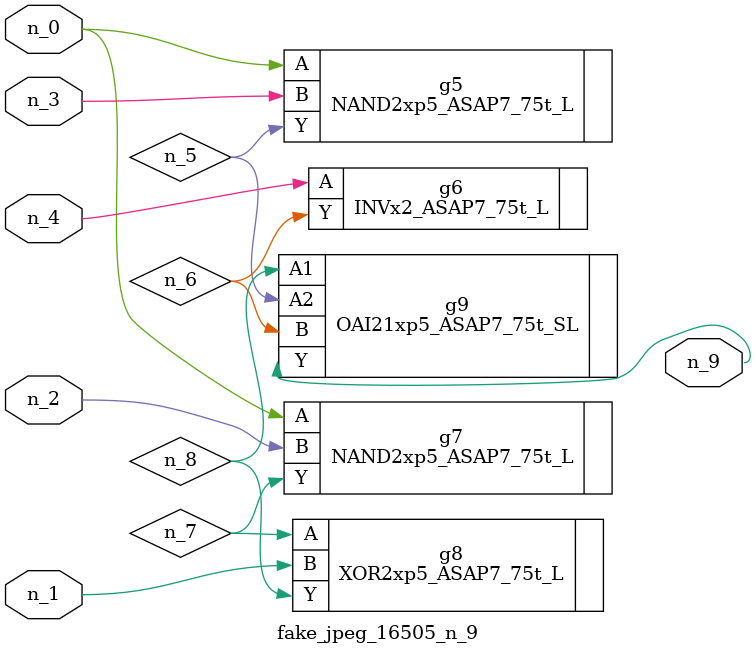
<source format=v>
module fake_jpeg_16505_n_9 (n_3, n_2, n_1, n_0, n_4, n_9);

input n_3;
input n_2;
input n_1;
input n_0;
input n_4;

output n_9;

wire n_8;
wire n_6;
wire n_5;
wire n_7;

NAND2xp5_ASAP7_75t_L g5 ( 
.A(n_0),
.B(n_3),
.Y(n_5)
);

INVx2_ASAP7_75t_L g6 ( 
.A(n_4),
.Y(n_6)
);

NAND2xp5_ASAP7_75t_L g7 ( 
.A(n_0),
.B(n_2),
.Y(n_7)
);

XOR2xp5_ASAP7_75t_L g8 ( 
.A(n_7),
.B(n_1),
.Y(n_8)
);

OAI21xp5_ASAP7_75t_SL g9 ( 
.A1(n_8),
.A2(n_5),
.B(n_6),
.Y(n_9)
);


endmodule
</source>
